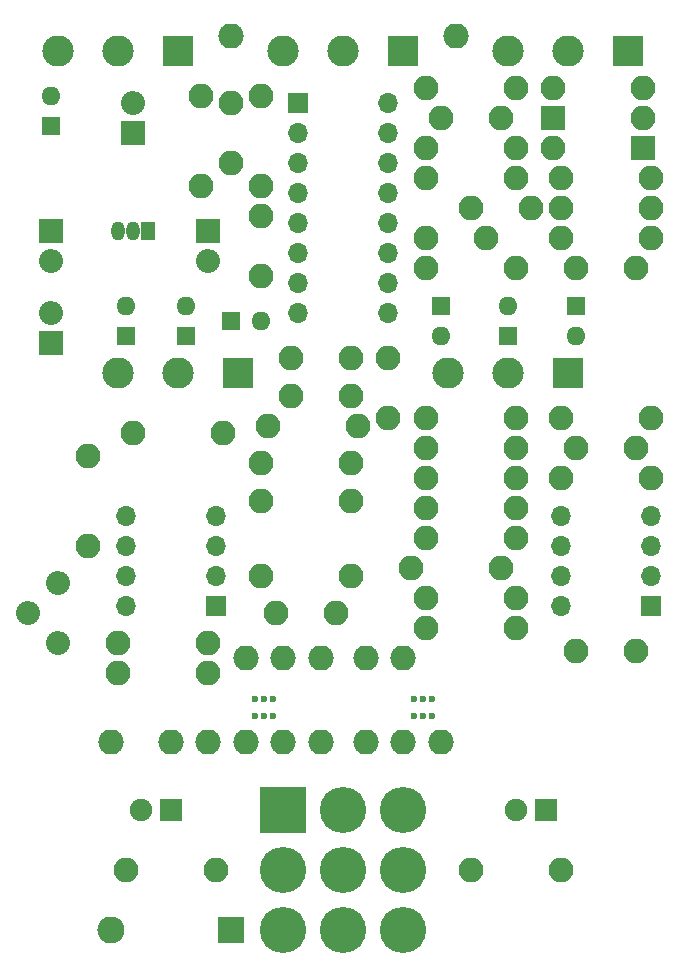
<source format=gbr>
G04 #@! TF.GenerationSoftware,KiCad,Pcbnew,(5.1.6-0-10_14)*
G04 #@! TF.CreationDate,2020-09-02T19:49:47+02:00*
G04 #@! TF.ProjectId,mag-echo,6d61672d-6563-4686-9f2e-6b696361645f,rev?*
G04 #@! TF.SameCoordinates,Original*
G04 #@! TF.FileFunction,Soldermask,Bot*
G04 #@! TF.FilePolarity,Negative*
%FSLAX46Y46*%
G04 Gerber Fmt 4.6, Leading zero omitted, Abs format (unit mm)*
G04 Created by KiCad (PCBNEW (5.1.6-0-10_14)) date 2020-09-02 19:49:47*
%MOMM*%
%LPD*%
G01*
G04 APERTURE LIST*
%ADD10C,1.900000*%
%ADD11R,1.900000X1.900000*%
%ADD12C,0.600000*%
%ADD13O,2.030400X2.030400*%
%ADD14R,2.030400X2.030400*%
%ADD15R,1.150000X1.600000*%
%ADD16O,1.150000X1.600000*%
%ADD17O,1.700000X1.700000*%
%ADD18R,1.700000X1.700000*%
%ADD19R,3.916000X3.916000*%
%ADD20O,3.916000X3.916000*%
%ADD21O,2.640000X2.640000*%
%ADD22R,2.640000X2.640000*%
%ADD23O,2.100000X2.100000*%
%ADD24O,2.132000X2.132000*%
%ADD25O,2.300000X2.300000*%
%ADD26R,2.300000X2.300000*%
%ADD27R,2.100000X2.100000*%
%ADD28O,1.608000X1.608000*%
%ADD29R,1.608000X1.608000*%
G04 APERTURE END LIST*
D10*
X41275000Y-151257000D03*
D11*
X43815000Y-151257000D03*
D10*
X73025000Y-151257000D03*
D11*
X75565000Y-151257000D03*
D12*
X52439000Y-143371000D03*
X50939000Y-143371000D03*
X50939000Y-141871000D03*
X52439000Y-141871000D03*
X51689000Y-143371000D03*
X51689000Y-141871000D03*
X65901000Y-143371000D03*
X64401000Y-143371000D03*
X64401000Y-141871000D03*
X65901000Y-141871000D03*
X65151000Y-143371000D03*
X65151000Y-141871000D03*
D13*
X33655000Y-109220000D03*
D14*
X33655000Y-111760000D03*
D13*
X46990000Y-104775000D03*
D14*
X46990000Y-102235000D03*
D13*
X33655000Y-104775000D03*
D14*
X33655000Y-102235000D03*
D13*
X40640000Y-91440000D03*
D14*
X40640000Y-93980000D03*
D15*
X41910000Y-102235000D03*
D16*
X39370000Y-102235000D03*
X40640000Y-102235000D03*
D17*
X76835000Y-133985000D03*
X84455000Y-126365000D03*
X76835000Y-131445000D03*
X84455000Y-128905000D03*
X76835000Y-128905000D03*
X84455000Y-131445000D03*
X76835000Y-126365000D03*
D18*
X84455000Y-133985000D03*
D17*
X62230000Y-91440000D03*
X54610000Y-109220000D03*
X62230000Y-93980000D03*
X54610000Y-106680000D03*
X62230000Y-96520000D03*
X54610000Y-104140000D03*
X62230000Y-99060000D03*
X54610000Y-101600000D03*
X62230000Y-101600000D03*
X54610000Y-99060000D03*
X62230000Y-104140000D03*
X54610000Y-96520000D03*
X62230000Y-106680000D03*
X54610000Y-93980000D03*
X62230000Y-109220000D03*
D18*
X54610000Y-91440000D03*
D17*
X40005000Y-133985000D03*
X47625000Y-126365000D03*
X40005000Y-131445000D03*
X47625000Y-128905000D03*
X40005000Y-128905000D03*
X47625000Y-131445000D03*
X40005000Y-126365000D03*
D18*
X47625000Y-133985000D03*
D19*
X53340000Y-151257000D03*
D20*
X53340000Y-156337000D03*
X53340000Y-161417000D03*
X58420000Y-151257000D03*
X58420000Y-156337000D03*
X58420000Y-161417000D03*
X63500000Y-151257000D03*
X63500000Y-156337000D03*
X63500000Y-161417000D03*
D21*
X67310000Y-114300000D03*
X72390000Y-114300000D03*
D22*
X77470000Y-114300000D03*
D21*
X72390000Y-86995000D03*
X77470000Y-86995000D03*
D22*
X82550000Y-86995000D03*
D21*
X39370000Y-114300000D03*
X44450000Y-114300000D03*
D22*
X49530000Y-114300000D03*
D21*
X53340000Y-86995000D03*
X58420000Y-86995000D03*
D22*
X63500000Y-86995000D03*
D21*
X34290000Y-86995000D03*
X39370000Y-86995000D03*
D22*
X44450000Y-86995000D03*
D13*
X34290000Y-132080000D03*
X31750000Y-134620000D03*
X34290000Y-137160000D03*
D23*
X59055000Y-121920000D03*
X51435000Y-121920000D03*
X51435000Y-125095000D03*
X59055000Y-125095000D03*
X83820000Y-90170000D03*
X76200000Y-90170000D03*
X65405000Y-90170000D03*
X73025000Y-90170000D03*
X84455000Y-123190000D03*
X76835000Y-123190000D03*
X65405000Y-133350000D03*
X73025000Y-133350000D03*
X76835000Y-156337000D03*
X69215000Y-156337000D03*
X73025000Y-135890000D03*
X65405000Y-135890000D03*
X65405000Y-125730000D03*
X73025000Y-125730000D03*
X71755000Y-130810000D03*
X64135000Y-130810000D03*
X47625000Y-156337000D03*
X40005000Y-156337000D03*
X84455000Y-118110000D03*
X76835000Y-118110000D03*
X65405000Y-97790000D03*
X73025000Y-97790000D03*
X84455000Y-100330000D03*
X76835000Y-100330000D03*
X76835000Y-102870000D03*
X84455000Y-102870000D03*
X73025000Y-128270000D03*
X65405000Y-128270000D03*
X73025000Y-95250000D03*
X65405000Y-95250000D03*
X84455000Y-97790000D03*
X76835000Y-97790000D03*
X51435000Y-98425000D03*
X51435000Y-90805000D03*
X46355000Y-90805000D03*
X46355000Y-98425000D03*
X52070000Y-118745000D03*
X59690000Y-118745000D03*
X65405000Y-105410000D03*
X73025000Y-105410000D03*
X73025000Y-120650000D03*
X65405000Y-120650000D03*
X36830000Y-128905000D03*
X36830000Y-121285000D03*
X65405000Y-118110000D03*
X73025000Y-118110000D03*
X73025000Y-123190000D03*
X65405000Y-123190000D03*
X39370000Y-139700000D03*
X46990000Y-139700000D03*
X59055000Y-131445000D03*
X51435000Y-131445000D03*
X46990000Y-137160000D03*
X39370000Y-137160000D03*
X40640000Y-119380000D03*
X48260000Y-119380000D03*
D24*
X48895000Y-85725000D03*
X60325000Y-138430000D03*
X56515000Y-145542000D03*
X43815000Y-145542000D03*
X66675000Y-145542000D03*
X50165000Y-138430000D03*
X63500000Y-145542000D03*
X60325000Y-145542000D03*
X38735000Y-145542000D03*
X50165000Y-145542000D03*
X46990000Y-145542000D03*
X53340000Y-145542000D03*
X56515000Y-138430000D03*
X67945000Y-85725000D03*
X63500000Y-138430000D03*
X53340000Y-138430000D03*
D25*
X38735000Y-161417000D03*
D26*
X48895000Y-161417000D03*
D27*
X83820000Y-95250000D03*
D23*
X76200000Y-95250000D03*
D27*
X76200000Y-92710000D03*
D23*
X83820000Y-92710000D03*
X83185000Y-120650000D03*
X78105000Y-120650000D03*
D28*
X78105000Y-111125000D03*
D29*
X78105000Y-108585000D03*
D23*
X48895000Y-91440000D03*
X48895000Y-96520000D03*
X62230000Y-113030000D03*
X62230000Y-118110000D03*
X59055000Y-113030000D03*
X53975000Y-113030000D03*
X70485000Y-102870000D03*
X65405000Y-102870000D03*
D28*
X40005000Y-108585000D03*
D29*
X40005000Y-111125000D03*
D23*
X78105000Y-105410000D03*
X83185000Y-105410000D03*
X78105000Y-137795000D03*
X83185000Y-137795000D03*
X66675000Y-92710000D03*
X71755000Y-92710000D03*
X74295000Y-100330000D03*
X69215000Y-100330000D03*
D28*
X66675000Y-111125000D03*
D29*
X66675000Y-108585000D03*
D23*
X59055000Y-116205000D03*
X53975000Y-116205000D03*
D28*
X45085000Y-108585000D03*
D29*
X45085000Y-111125000D03*
D23*
X51435000Y-106045000D03*
X51435000Y-100965000D03*
D28*
X33655000Y-90805000D03*
D29*
X33655000Y-93345000D03*
D28*
X72390000Y-108585000D03*
D29*
X72390000Y-111125000D03*
D28*
X51435000Y-109855000D03*
D29*
X48895000Y-109855000D03*
D23*
X52705000Y-134620000D03*
X57785000Y-134620000D03*
M02*

</source>
